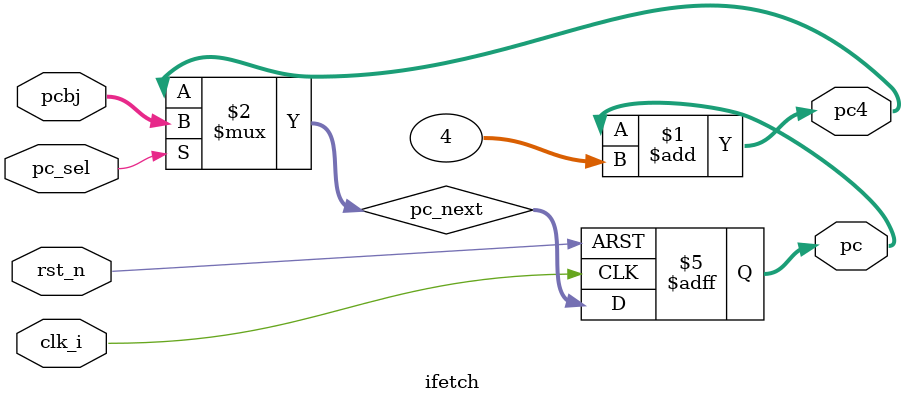
<source format=v>
`timescale 1ns / 1ps


module ifetch(
    input wire          clk_i,
    input wire          rst_n,
    input wire          pc_sel,
    input wire [31:0]   pcbj,
    output reg [31:0]   pc,
    output wire [31:0]  pc4
    );

wire [31:0] pc_next;

assign pc4 = pc + 32'd4;
assign pc_next = pc_sel? pcbj:pc4;

always@(posedge clk_i or negedge rst_n)begin
    if(~rst_n) pc <= 32'b0;
    else pc <= pc_next;
end

endmodule

</source>
